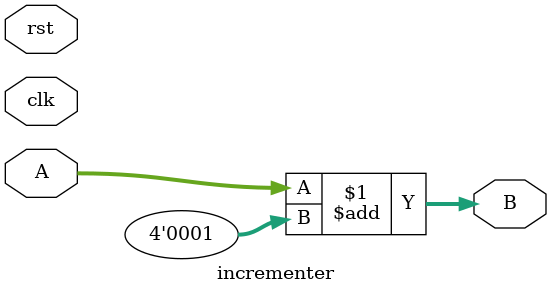
<source format=v>
module incrementer(clk, rst, A, B);
   input clk, rst;
   input [3:0] A;
   output [3:0] B;

   assign B = A + 4'b0001;
endmodule // incrementer

</source>
